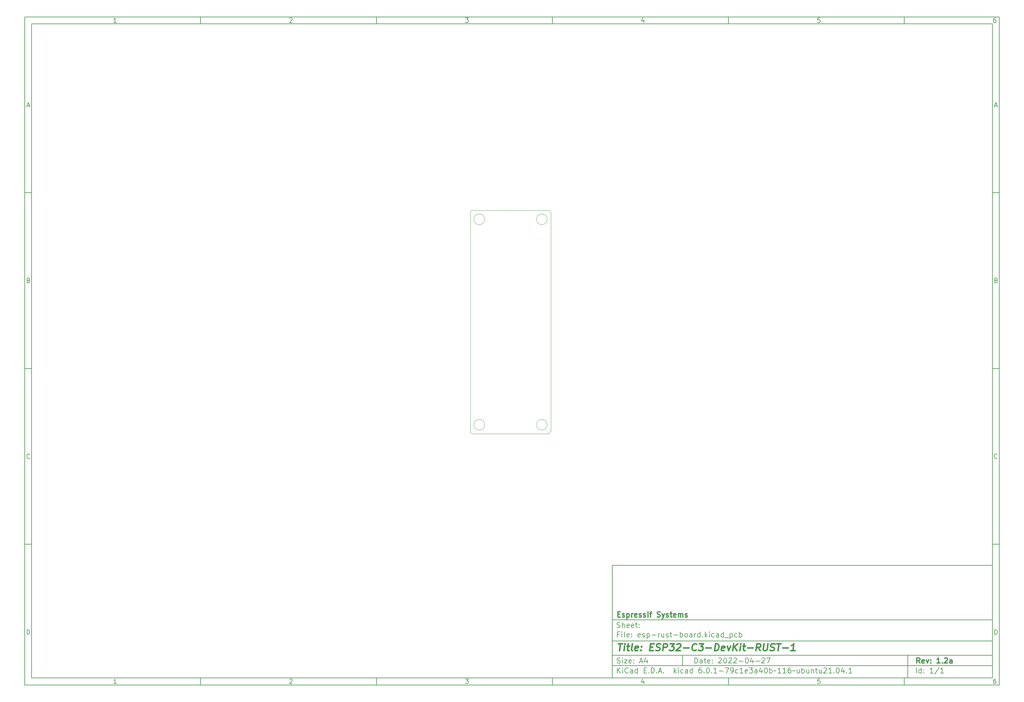
<source format=gbr>
G04 #@! TF.GenerationSoftware,KiCad,Pcbnew,6.0.1-79c1e3a40b~116~ubuntu21.04.1*
G04 #@! TF.CreationDate,2022-06-01T13:50:28+01:00*
G04 #@! TF.ProjectId,esp-rust-board,6573702d-7275-4737-942d-626f6172642e,1.2a*
G04 #@! TF.SameCoordinates,Original*
G04 #@! TF.FileFunction,Profile,NP*
%FSLAX46Y46*%
G04 Gerber Fmt 4.6, Leading zero omitted, Abs format (unit mm)*
G04 Created by KiCad (PCBNEW 6.0.1-79c1e3a40b~116~ubuntu21.04.1) date 2022-06-01 13:50:28*
%MOMM*%
%LPD*%
G01*
G04 APERTURE LIST*
%ADD10C,0.100000*%
%ADD11C,0.150000*%
%ADD12C,0.300000*%
%ADD13C,0.400000*%
G04 #@! TA.AperFunction,Profile*
%ADD14C,0.050000*%
G04 #@! TD*
G04 APERTURE END LIST*
D10*
D11*
X177002200Y-166007200D02*
X177002200Y-198007200D01*
X285002200Y-198007200D01*
X285002200Y-166007200D01*
X177002200Y-166007200D01*
D10*
D11*
X10000000Y-10000000D02*
X10000000Y-200007200D01*
X287002200Y-200007200D01*
X287002200Y-10000000D01*
X10000000Y-10000000D01*
D10*
D11*
X12000000Y-12000000D02*
X12000000Y-198007200D01*
X285002200Y-198007200D01*
X285002200Y-12000000D01*
X12000000Y-12000000D01*
D10*
D11*
X60000000Y-12000000D02*
X60000000Y-10000000D01*
D10*
D11*
X110000000Y-12000000D02*
X110000000Y-10000000D01*
D10*
D11*
X160000000Y-12000000D02*
X160000000Y-10000000D01*
D10*
D11*
X210000000Y-12000000D02*
X210000000Y-10000000D01*
D10*
D11*
X260000000Y-12000000D02*
X260000000Y-10000000D01*
D10*
D11*
X36065476Y-11588095D02*
X35322619Y-11588095D01*
X35694047Y-11588095D02*
X35694047Y-10288095D01*
X35570238Y-10473809D01*
X35446428Y-10597619D01*
X35322619Y-10659523D01*
D10*
D11*
X85322619Y-10411904D02*
X85384523Y-10350000D01*
X85508333Y-10288095D01*
X85817857Y-10288095D01*
X85941666Y-10350000D01*
X86003571Y-10411904D01*
X86065476Y-10535714D01*
X86065476Y-10659523D01*
X86003571Y-10845238D01*
X85260714Y-11588095D01*
X86065476Y-11588095D01*
D10*
D11*
X135260714Y-10288095D02*
X136065476Y-10288095D01*
X135632142Y-10783333D01*
X135817857Y-10783333D01*
X135941666Y-10845238D01*
X136003571Y-10907142D01*
X136065476Y-11030952D01*
X136065476Y-11340476D01*
X136003571Y-11464285D01*
X135941666Y-11526190D01*
X135817857Y-11588095D01*
X135446428Y-11588095D01*
X135322619Y-11526190D01*
X135260714Y-11464285D01*
D10*
D11*
X185941666Y-10721428D02*
X185941666Y-11588095D01*
X185632142Y-10226190D02*
X185322619Y-11154761D01*
X186127380Y-11154761D01*
D10*
D11*
X236003571Y-10288095D02*
X235384523Y-10288095D01*
X235322619Y-10907142D01*
X235384523Y-10845238D01*
X235508333Y-10783333D01*
X235817857Y-10783333D01*
X235941666Y-10845238D01*
X236003571Y-10907142D01*
X236065476Y-11030952D01*
X236065476Y-11340476D01*
X236003571Y-11464285D01*
X235941666Y-11526190D01*
X235817857Y-11588095D01*
X235508333Y-11588095D01*
X235384523Y-11526190D01*
X235322619Y-11464285D01*
D10*
D11*
X285941666Y-10288095D02*
X285694047Y-10288095D01*
X285570238Y-10350000D01*
X285508333Y-10411904D01*
X285384523Y-10597619D01*
X285322619Y-10845238D01*
X285322619Y-11340476D01*
X285384523Y-11464285D01*
X285446428Y-11526190D01*
X285570238Y-11588095D01*
X285817857Y-11588095D01*
X285941666Y-11526190D01*
X286003571Y-11464285D01*
X286065476Y-11340476D01*
X286065476Y-11030952D01*
X286003571Y-10907142D01*
X285941666Y-10845238D01*
X285817857Y-10783333D01*
X285570238Y-10783333D01*
X285446428Y-10845238D01*
X285384523Y-10907142D01*
X285322619Y-11030952D01*
D10*
D11*
X60000000Y-198007200D02*
X60000000Y-200007200D01*
D10*
D11*
X110000000Y-198007200D02*
X110000000Y-200007200D01*
D10*
D11*
X160000000Y-198007200D02*
X160000000Y-200007200D01*
D10*
D11*
X210000000Y-198007200D02*
X210000000Y-200007200D01*
D10*
D11*
X260000000Y-198007200D02*
X260000000Y-200007200D01*
D10*
D11*
X36065476Y-199595295D02*
X35322619Y-199595295D01*
X35694047Y-199595295D02*
X35694047Y-198295295D01*
X35570238Y-198481009D01*
X35446428Y-198604819D01*
X35322619Y-198666723D01*
D10*
D11*
X85322619Y-198419104D02*
X85384523Y-198357200D01*
X85508333Y-198295295D01*
X85817857Y-198295295D01*
X85941666Y-198357200D01*
X86003571Y-198419104D01*
X86065476Y-198542914D01*
X86065476Y-198666723D01*
X86003571Y-198852438D01*
X85260714Y-199595295D01*
X86065476Y-199595295D01*
D10*
D11*
X135260714Y-198295295D02*
X136065476Y-198295295D01*
X135632142Y-198790533D01*
X135817857Y-198790533D01*
X135941666Y-198852438D01*
X136003571Y-198914342D01*
X136065476Y-199038152D01*
X136065476Y-199347676D01*
X136003571Y-199471485D01*
X135941666Y-199533390D01*
X135817857Y-199595295D01*
X135446428Y-199595295D01*
X135322619Y-199533390D01*
X135260714Y-199471485D01*
D10*
D11*
X185941666Y-198728628D02*
X185941666Y-199595295D01*
X185632142Y-198233390D02*
X185322619Y-199161961D01*
X186127380Y-199161961D01*
D10*
D11*
X236003571Y-198295295D02*
X235384523Y-198295295D01*
X235322619Y-198914342D01*
X235384523Y-198852438D01*
X235508333Y-198790533D01*
X235817857Y-198790533D01*
X235941666Y-198852438D01*
X236003571Y-198914342D01*
X236065476Y-199038152D01*
X236065476Y-199347676D01*
X236003571Y-199471485D01*
X235941666Y-199533390D01*
X235817857Y-199595295D01*
X235508333Y-199595295D01*
X235384523Y-199533390D01*
X235322619Y-199471485D01*
D10*
D11*
X285941666Y-198295295D02*
X285694047Y-198295295D01*
X285570238Y-198357200D01*
X285508333Y-198419104D01*
X285384523Y-198604819D01*
X285322619Y-198852438D01*
X285322619Y-199347676D01*
X285384523Y-199471485D01*
X285446428Y-199533390D01*
X285570238Y-199595295D01*
X285817857Y-199595295D01*
X285941666Y-199533390D01*
X286003571Y-199471485D01*
X286065476Y-199347676D01*
X286065476Y-199038152D01*
X286003571Y-198914342D01*
X285941666Y-198852438D01*
X285817857Y-198790533D01*
X285570238Y-198790533D01*
X285446428Y-198852438D01*
X285384523Y-198914342D01*
X285322619Y-199038152D01*
D10*
D11*
X10000000Y-60000000D02*
X12000000Y-60000000D01*
D10*
D11*
X10000000Y-110000000D02*
X12000000Y-110000000D01*
D10*
D11*
X10000000Y-160000000D02*
X12000000Y-160000000D01*
D10*
D11*
X10690476Y-35216666D02*
X11309523Y-35216666D01*
X10566666Y-35588095D02*
X11000000Y-34288095D01*
X11433333Y-35588095D01*
D10*
D11*
X11092857Y-84907142D02*
X11278571Y-84969047D01*
X11340476Y-85030952D01*
X11402380Y-85154761D01*
X11402380Y-85340476D01*
X11340476Y-85464285D01*
X11278571Y-85526190D01*
X11154761Y-85588095D01*
X10659523Y-85588095D01*
X10659523Y-84288095D01*
X11092857Y-84288095D01*
X11216666Y-84350000D01*
X11278571Y-84411904D01*
X11340476Y-84535714D01*
X11340476Y-84659523D01*
X11278571Y-84783333D01*
X11216666Y-84845238D01*
X11092857Y-84907142D01*
X10659523Y-84907142D01*
D10*
D11*
X11402380Y-135464285D02*
X11340476Y-135526190D01*
X11154761Y-135588095D01*
X11030952Y-135588095D01*
X10845238Y-135526190D01*
X10721428Y-135402380D01*
X10659523Y-135278571D01*
X10597619Y-135030952D01*
X10597619Y-134845238D01*
X10659523Y-134597619D01*
X10721428Y-134473809D01*
X10845238Y-134350000D01*
X11030952Y-134288095D01*
X11154761Y-134288095D01*
X11340476Y-134350000D01*
X11402380Y-134411904D01*
D10*
D11*
X10659523Y-185588095D02*
X10659523Y-184288095D01*
X10969047Y-184288095D01*
X11154761Y-184350000D01*
X11278571Y-184473809D01*
X11340476Y-184597619D01*
X11402380Y-184845238D01*
X11402380Y-185030952D01*
X11340476Y-185278571D01*
X11278571Y-185402380D01*
X11154761Y-185526190D01*
X10969047Y-185588095D01*
X10659523Y-185588095D01*
D10*
D11*
X287002200Y-60000000D02*
X285002200Y-60000000D01*
D10*
D11*
X287002200Y-110000000D02*
X285002200Y-110000000D01*
D10*
D11*
X287002200Y-160000000D02*
X285002200Y-160000000D01*
D10*
D11*
X285692676Y-35216666D02*
X286311723Y-35216666D01*
X285568866Y-35588095D02*
X286002200Y-34288095D01*
X286435533Y-35588095D01*
D10*
D11*
X286095057Y-84907142D02*
X286280771Y-84969047D01*
X286342676Y-85030952D01*
X286404580Y-85154761D01*
X286404580Y-85340476D01*
X286342676Y-85464285D01*
X286280771Y-85526190D01*
X286156961Y-85588095D01*
X285661723Y-85588095D01*
X285661723Y-84288095D01*
X286095057Y-84288095D01*
X286218866Y-84350000D01*
X286280771Y-84411904D01*
X286342676Y-84535714D01*
X286342676Y-84659523D01*
X286280771Y-84783333D01*
X286218866Y-84845238D01*
X286095057Y-84907142D01*
X285661723Y-84907142D01*
D10*
D11*
X286404580Y-135464285D02*
X286342676Y-135526190D01*
X286156961Y-135588095D01*
X286033152Y-135588095D01*
X285847438Y-135526190D01*
X285723628Y-135402380D01*
X285661723Y-135278571D01*
X285599819Y-135030952D01*
X285599819Y-134845238D01*
X285661723Y-134597619D01*
X285723628Y-134473809D01*
X285847438Y-134350000D01*
X286033152Y-134288095D01*
X286156961Y-134288095D01*
X286342676Y-134350000D01*
X286404580Y-134411904D01*
D10*
D11*
X285661723Y-185588095D02*
X285661723Y-184288095D01*
X285971247Y-184288095D01*
X286156961Y-184350000D01*
X286280771Y-184473809D01*
X286342676Y-184597619D01*
X286404580Y-184845238D01*
X286404580Y-185030952D01*
X286342676Y-185278571D01*
X286280771Y-185402380D01*
X286156961Y-185526190D01*
X285971247Y-185588095D01*
X285661723Y-185588095D01*
D10*
D11*
X200434342Y-193785771D02*
X200434342Y-192285771D01*
X200791485Y-192285771D01*
X201005771Y-192357200D01*
X201148628Y-192500057D01*
X201220057Y-192642914D01*
X201291485Y-192928628D01*
X201291485Y-193142914D01*
X201220057Y-193428628D01*
X201148628Y-193571485D01*
X201005771Y-193714342D01*
X200791485Y-193785771D01*
X200434342Y-193785771D01*
X202577200Y-193785771D02*
X202577200Y-193000057D01*
X202505771Y-192857200D01*
X202362914Y-192785771D01*
X202077200Y-192785771D01*
X201934342Y-192857200D01*
X202577200Y-193714342D02*
X202434342Y-193785771D01*
X202077200Y-193785771D01*
X201934342Y-193714342D01*
X201862914Y-193571485D01*
X201862914Y-193428628D01*
X201934342Y-193285771D01*
X202077200Y-193214342D01*
X202434342Y-193214342D01*
X202577200Y-193142914D01*
X203077200Y-192785771D02*
X203648628Y-192785771D01*
X203291485Y-192285771D02*
X203291485Y-193571485D01*
X203362914Y-193714342D01*
X203505771Y-193785771D01*
X203648628Y-193785771D01*
X204720057Y-193714342D02*
X204577200Y-193785771D01*
X204291485Y-193785771D01*
X204148628Y-193714342D01*
X204077200Y-193571485D01*
X204077200Y-193000057D01*
X204148628Y-192857200D01*
X204291485Y-192785771D01*
X204577200Y-192785771D01*
X204720057Y-192857200D01*
X204791485Y-193000057D01*
X204791485Y-193142914D01*
X204077200Y-193285771D01*
X205434342Y-193642914D02*
X205505771Y-193714342D01*
X205434342Y-193785771D01*
X205362914Y-193714342D01*
X205434342Y-193642914D01*
X205434342Y-193785771D01*
X205434342Y-192857200D02*
X205505771Y-192928628D01*
X205434342Y-193000057D01*
X205362914Y-192928628D01*
X205434342Y-192857200D01*
X205434342Y-193000057D01*
X207220057Y-192428628D02*
X207291485Y-192357200D01*
X207434342Y-192285771D01*
X207791485Y-192285771D01*
X207934342Y-192357200D01*
X208005771Y-192428628D01*
X208077200Y-192571485D01*
X208077200Y-192714342D01*
X208005771Y-192928628D01*
X207148628Y-193785771D01*
X208077200Y-193785771D01*
X209005771Y-192285771D02*
X209148628Y-192285771D01*
X209291485Y-192357200D01*
X209362914Y-192428628D01*
X209434342Y-192571485D01*
X209505771Y-192857200D01*
X209505771Y-193214342D01*
X209434342Y-193500057D01*
X209362914Y-193642914D01*
X209291485Y-193714342D01*
X209148628Y-193785771D01*
X209005771Y-193785771D01*
X208862914Y-193714342D01*
X208791485Y-193642914D01*
X208720057Y-193500057D01*
X208648628Y-193214342D01*
X208648628Y-192857200D01*
X208720057Y-192571485D01*
X208791485Y-192428628D01*
X208862914Y-192357200D01*
X209005771Y-192285771D01*
X210077200Y-192428628D02*
X210148628Y-192357200D01*
X210291485Y-192285771D01*
X210648628Y-192285771D01*
X210791485Y-192357200D01*
X210862914Y-192428628D01*
X210934342Y-192571485D01*
X210934342Y-192714342D01*
X210862914Y-192928628D01*
X210005771Y-193785771D01*
X210934342Y-193785771D01*
X211505771Y-192428628D02*
X211577200Y-192357200D01*
X211720057Y-192285771D01*
X212077200Y-192285771D01*
X212220057Y-192357200D01*
X212291485Y-192428628D01*
X212362914Y-192571485D01*
X212362914Y-192714342D01*
X212291485Y-192928628D01*
X211434342Y-193785771D01*
X212362914Y-193785771D01*
X213005771Y-193214342D02*
X214148628Y-193214342D01*
X215148628Y-192285771D02*
X215291485Y-192285771D01*
X215434342Y-192357200D01*
X215505771Y-192428628D01*
X215577200Y-192571485D01*
X215648628Y-192857200D01*
X215648628Y-193214342D01*
X215577200Y-193500057D01*
X215505771Y-193642914D01*
X215434342Y-193714342D01*
X215291485Y-193785771D01*
X215148628Y-193785771D01*
X215005771Y-193714342D01*
X214934342Y-193642914D01*
X214862914Y-193500057D01*
X214791485Y-193214342D01*
X214791485Y-192857200D01*
X214862914Y-192571485D01*
X214934342Y-192428628D01*
X215005771Y-192357200D01*
X215148628Y-192285771D01*
X216934342Y-192785771D02*
X216934342Y-193785771D01*
X216577200Y-192214342D02*
X216220057Y-193285771D01*
X217148628Y-193285771D01*
X217720057Y-193214342D02*
X218862914Y-193214342D01*
X219505771Y-192428628D02*
X219577200Y-192357200D01*
X219720057Y-192285771D01*
X220077200Y-192285771D01*
X220220057Y-192357200D01*
X220291485Y-192428628D01*
X220362914Y-192571485D01*
X220362914Y-192714342D01*
X220291485Y-192928628D01*
X219434342Y-193785771D01*
X220362914Y-193785771D01*
X220862914Y-192285771D02*
X221862914Y-192285771D01*
X221220057Y-193785771D01*
D10*
D11*
X177002200Y-194507200D02*
X285002200Y-194507200D01*
D10*
D11*
X178434342Y-196585771D02*
X178434342Y-195085771D01*
X179291485Y-196585771D02*
X178648628Y-195728628D01*
X179291485Y-195085771D02*
X178434342Y-195942914D01*
X179934342Y-196585771D02*
X179934342Y-195585771D01*
X179934342Y-195085771D02*
X179862914Y-195157200D01*
X179934342Y-195228628D01*
X180005771Y-195157200D01*
X179934342Y-195085771D01*
X179934342Y-195228628D01*
X181505771Y-196442914D02*
X181434342Y-196514342D01*
X181220057Y-196585771D01*
X181077200Y-196585771D01*
X180862914Y-196514342D01*
X180720057Y-196371485D01*
X180648628Y-196228628D01*
X180577200Y-195942914D01*
X180577200Y-195728628D01*
X180648628Y-195442914D01*
X180720057Y-195300057D01*
X180862914Y-195157200D01*
X181077200Y-195085771D01*
X181220057Y-195085771D01*
X181434342Y-195157200D01*
X181505771Y-195228628D01*
X182791485Y-196585771D02*
X182791485Y-195800057D01*
X182720057Y-195657200D01*
X182577200Y-195585771D01*
X182291485Y-195585771D01*
X182148628Y-195657200D01*
X182791485Y-196514342D02*
X182648628Y-196585771D01*
X182291485Y-196585771D01*
X182148628Y-196514342D01*
X182077200Y-196371485D01*
X182077200Y-196228628D01*
X182148628Y-196085771D01*
X182291485Y-196014342D01*
X182648628Y-196014342D01*
X182791485Y-195942914D01*
X184148628Y-196585771D02*
X184148628Y-195085771D01*
X184148628Y-196514342D02*
X184005771Y-196585771D01*
X183720057Y-196585771D01*
X183577200Y-196514342D01*
X183505771Y-196442914D01*
X183434342Y-196300057D01*
X183434342Y-195871485D01*
X183505771Y-195728628D01*
X183577200Y-195657200D01*
X183720057Y-195585771D01*
X184005771Y-195585771D01*
X184148628Y-195657200D01*
X186005771Y-195800057D02*
X186505771Y-195800057D01*
X186720057Y-196585771D02*
X186005771Y-196585771D01*
X186005771Y-195085771D01*
X186720057Y-195085771D01*
X187362914Y-196442914D02*
X187434342Y-196514342D01*
X187362914Y-196585771D01*
X187291485Y-196514342D01*
X187362914Y-196442914D01*
X187362914Y-196585771D01*
X188077200Y-196585771D02*
X188077200Y-195085771D01*
X188434342Y-195085771D01*
X188648628Y-195157200D01*
X188791485Y-195300057D01*
X188862914Y-195442914D01*
X188934342Y-195728628D01*
X188934342Y-195942914D01*
X188862914Y-196228628D01*
X188791485Y-196371485D01*
X188648628Y-196514342D01*
X188434342Y-196585771D01*
X188077200Y-196585771D01*
X189577200Y-196442914D02*
X189648628Y-196514342D01*
X189577200Y-196585771D01*
X189505771Y-196514342D01*
X189577200Y-196442914D01*
X189577200Y-196585771D01*
X190220057Y-196157200D02*
X190934342Y-196157200D01*
X190077200Y-196585771D02*
X190577200Y-195085771D01*
X191077200Y-196585771D01*
X191577200Y-196442914D02*
X191648628Y-196514342D01*
X191577200Y-196585771D01*
X191505771Y-196514342D01*
X191577200Y-196442914D01*
X191577200Y-196585771D01*
X194577200Y-196585771D02*
X194577200Y-195085771D01*
X194720057Y-196014342D02*
X195148628Y-196585771D01*
X195148628Y-195585771D02*
X194577200Y-196157200D01*
X195791485Y-196585771D02*
X195791485Y-195585771D01*
X195791485Y-195085771D02*
X195720057Y-195157200D01*
X195791485Y-195228628D01*
X195862914Y-195157200D01*
X195791485Y-195085771D01*
X195791485Y-195228628D01*
X197148628Y-196514342D02*
X197005771Y-196585771D01*
X196720057Y-196585771D01*
X196577200Y-196514342D01*
X196505771Y-196442914D01*
X196434342Y-196300057D01*
X196434342Y-195871485D01*
X196505771Y-195728628D01*
X196577200Y-195657200D01*
X196720057Y-195585771D01*
X197005771Y-195585771D01*
X197148628Y-195657200D01*
X198434342Y-196585771D02*
X198434342Y-195800057D01*
X198362914Y-195657200D01*
X198220057Y-195585771D01*
X197934342Y-195585771D01*
X197791485Y-195657200D01*
X198434342Y-196514342D02*
X198291485Y-196585771D01*
X197934342Y-196585771D01*
X197791485Y-196514342D01*
X197720057Y-196371485D01*
X197720057Y-196228628D01*
X197791485Y-196085771D01*
X197934342Y-196014342D01*
X198291485Y-196014342D01*
X198434342Y-195942914D01*
X199791485Y-196585771D02*
X199791485Y-195085771D01*
X199791485Y-196514342D02*
X199648628Y-196585771D01*
X199362914Y-196585771D01*
X199220057Y-196514342D01*
X199148628Y-196442914D01*
X199077200Y-196300057D01*
X199077200Y-195871485D01*
X199148628Y-195728628D01*
X199220057Y-195657200D01*
X199362914Y-195585771D01*
X199648628Y-195585771D01*
X199791485Y-195657200D01*
X202291485Y-195085771D02*
X202005771Y-195085771D01*
X201862914Y-195157200D01*
X201791485Y-195228628D01*
X201648628Y-195442914D01*
X201577200Y-195728628D01*
X201577200Y-196300057D01*
X201648628Y-196442914D01*
X201720057Y-196514342D01*
X201862914Y-196585771D01*
X202148628Y-196585771D01*
X202291485Y-196514342D01*
X202362914Y-196442914D01*
X202434342Y-196300057D01*
X202434342Y-195942914D01*
X202362914Y-195800057D01*
X202291485Y-195728628D01*
X202148628Y-195657200D01*
X201862914Y-195657200D01*
X201720057Y-195728628D01*
X201648628Y-195800057D01*
X201577200Y-195942914D01*
X203077200Y-196442914D02*
X203148628Y-196514342D01*
X203077200Y-196585771D01*
X203005771Y-196514342D01*
X203077200Y-196442914D01*
X203077200Y-196585771D01*
X204077200Y-195085771D02*
X204220057Y-195085771D01*
X204362914Y-195157200D01*
X204434342Y-195228628D01*
X204505771Y-195371485D01*
X204577200Y-195657200D01*
X204577200Y-196014342D01*
X204505771Y-196300057D01*
X204434342Y-196442914D01*
X204362914Y-196514342D01*
X204220057Y-196585771D01*
X204077200Y-196585771D01*
X203934342Y-196514342D01*
X203862914Y-196442914D01*
X203791485Y-196300057D01*
X203720057Y-196014342D01*
X203720057Y-195657200D01*
X203791485Y-195371485D01*
X203862914Y-195228628D01*
X203934342Y-195157200D01*
X204077200Y-195085771D01*
X205220057Y-196442914D02*
X205291485Y-196514342D01*
X205220057Y-196585771D01*
X205148628Y-196514342D01*
X205220057Y-196442914D01*
X205220057Y-196585771D01*
X206720057Y-196585771D02*
X205862914Y-196585771D01*
X206291485Y-196585771D02*
X206291485Y-195085771D01*
X206148628Y-195300057D01*
X206005771Y-195442914D01*
X205862914Y-195514342D01*
X207362914Y-196014342D02*
X208505771Y-196014342D01*
X209077200Y-195085771D02*
X210077200Y-195085771D01*
X209434342Y-196585771D01*
X210720057Y-196585771D02*
X211005771Y-196585771D01*
X211148628Y-196514342D01*
X211220057Y-196442914D01*
X211362914Y-196228628D01*
X211434342Y-195942914D01*
X211434342Y-195371485D01*
X211362914Y-195228628D01*
X211291485Y-195157200D01*
X211148628Y-195085771D01*
X210862914Y-195085771D01*
X210720057Y-195157200D01*
X210648628Y-195228628D01*
X210577200Y-195371485D01*
X210577200Y-195728628D01*
X210648628Y-195871485D01*
X210720057Y-195942914D01*
X210862914Y-196014342D01*
X211148628Y-196014342D01*
X211291485Y-195942914D01*
X211362914Y-195871485D01*
X211434342Y-195728628D01*
X212720057Y-196514342D02*
X212577200Y-196585771D01*
X212291485Y-196585771D01*
X212148628Y-196514342D01*
X212077200Y-196442914D01*
X212005771Y-196300057D01*
X212005771Y-195871485D01*
X212077200Y-195728628D01*
X212148628Y-195657200D01*
X212291485Y-195585771D01*
X212577200Y-195585771D01*
X212720057Y-195657200D01*
X214148628Y-196585771D02*
X213291485Y-196585771D01*
X213720057Y-196585771D02*
X213720057Y-195085771D01*
X213577200Y-195300057D01*
X213434342Y-195442914D01*
X213291485Y-195514342D01*
X215362914Y-196514342D02*
X215220057Y-196585771D01*
X214934342Y-196585771D01*
X214791485Y-196514342D01*
X214720057Y-196371485D01*
X214720057Y-195800057D01*
X214791485Y-195657200D01*
X214934342Y-195585771D01*
X215220057Y-195585771D01*
X215362914Y-195657200D01*
X215434342Y-195800057D01*
X215434342Y-195942914D01*
X214720057Y-196085771D01*
X215934342Y-195085771D02*
X216862914Y-195085771D01*
X216362914Y-195657200D01*
X216577200Y-195657200D01*
X216720057Y-195728628D01*
X216791485Y-195800057D01*
X216862914Y-195942914D01*
X216862914Y-196300057D01*
X216791485Y-196442914D01*
X216720057Y-196514342D01*
X216577200Y-196585771D01*
X216148628Y-196585771D01*
X216005771Y-196514342D01*
X215934342Y-196442914D01*
X218148628Y-196585771D02*
X218148628Y-195800057D01*
X218077200Y-195657200D01*
X217934342Y-195585771D01*
X217648628Y-195585771D01*
X217505771Y-195657200D01*
X218148628Y-196514342D02*
X218005771Y-196585771D01*
X217648628Y-196585771D01*
X217505771Y-196514342D01*
X217434342Y-196371485D01*
X217434342Y-196228628D01*
X217505771Y-196085771D01*
X217648628Y-196014342D01*
X218005771Y-196014342D01*
X218148628Y-195942914D01*
X219505771Y-195585771D02*
X219505771Y-196585771D01*
X219148628Y-195014342D02*
X218791485Y-196085771D01*
X219720057Y-196085771D01*
X220577200Y-195085771D02*
X220720057Y-195085771D01*
X220862914Y-195157200D01*
X220934342Y-195228628D01*
X221005771Y-195371485D01*
X221077200Y-195657200D01*
X221077200Y-196014342D01*
X221005771Y-196300057D01*
X220934342Y-196442914D01*
X220862914Y-196514342D01*
X220720057Y-196585771D01*
X220577200Y-196585771D01*
X220434342Y-196514342D01*
X220362914Y-196442914D01*
X220291485Y-196300057D01*
X220220057Y-196014342D01*
X220220057Y-195657200D01*
X220291485Y-195371485D01*
X220362914Y-195228628D01*
X220434342Y-195157200D01*
X220577200Y-195085771D01*
X221720057Y-196585771D02*
X221720057Y-195085771D01*
X221720057Y-195657200D02*
X221862914Y-195585771D01*
X222148628Y-195585771D01*
X222291485Y-195657200D01*
X222362914Y-195728628D01*
X222434342Y-195871485D01*
X222434342Y-196300057D01*
X222362914Y-196442914D01*
X222291485Y-196514342D01*
X222148628Y-196585771D01*
X221862914Y-196585771D01*
X221720057Y-196514342D01*
X222862914Y-196014342D02*
X222934342Y-195942914D01*
X223077200Y-195871485D01*
X223362914Y-196014342D01*
X223505771Y-195942914D01*
X223577200Y-195871485D01*
X224934342Y-196585771D02*
X224077200Y-196585771D01*
X224505771Y-196585771D02*
X224505771Y-195085771D01*
X224362914Y-195300057D01*
X224220057Y-195442914D01*
X224077200Y-195514342D01*
X226362914Y-196585771D02*
X225505771Y-196585771D01*
X225934342Y-196585771D02*
X225934342Y-195085771D01*
X225791485Y-195300057D01*
X225648628Y-195442914D01*
X225505771Y-195514342D01*
X227648628Y-195085771D02*
X227362914Y-195085771D01*
X227220057Y-195157200D01*
X227148628Y-195228628D01*
X227005771Y-195442914D01*
X226934342Y-195728628D01*
X226934342Y-196300057D01*
X227005771Y-196442914D01*
X227077199Y-196514342D01*
X227220057Y-196585771D01*
X227505771Y-196585771D01*
X227648628Y-196514342D01*
X227720057Y-196442914D01*
X227791485Y-196300057D01*
X227791485Y-195942914D01*
X227720057Y-195800057D01*
X227648628Y-195728628D01*
X227505771Y-195657200D01*
X227220057Y-195657200D01*
X227077199Y-195728628D01*
X227005771Y-195800057D01*
X226934342Y-195942914D01*
X228220057Y-196014342D02*
X228291485Y-195942914D01*
X228434342Y-195871485D01*
X228720057Y-196014342D01*
X228862914Y-195942914D01*
X228934342Y-195871485D01*
X230148628Y-195585771D02*
X230148628Y-196585771D01*
X229505771Y-195585771D02*
X229505771Y-196371485D01*
X229577199Y-196514342D01*
X229720057Y-196585771D01*
X229934342Y-196585771D01*
X230077199Y-196514342D01*
X230148628Y-196442914D01*
X230862914Y-196585771D02*
X230862914Y-195085771D01*
X230862914Y-195657200D02*
X231005771Y-195585771D01*
X231291485Y-195585771D01*
X231434342Y-195657200D01*
X231505771Y-195728628D01*
X231577200Y-195871485D01*
X231577200Y-196300057D01*
X231505771Y-196442914D01*
X231434342Y-196514342D01*
X231291485Y-196585771D01*
X231005771Y-196585771D01*
X230862914Y-196514342D01*
X232862914Y-195585771D02*
X232862914Y-196585771D01*
X232220057Y-195585771D02*
X232220057Y-196371485D01*
X232291485Y-196514342D01*
X232434342Y-196585771D01*
X232648628Y-196585771D01*
X232791485Y-196514342D01*
X232862914Y-196442914D01*
X233577200Y-195585771D02*
X233577200Y-196585771D01*
X233577200Y-195728628D02*
X233648628Y-195657200D01*
X233791485Y-195585771D01*
X234005771Y-195585771D01*
X234148628Y-195657200D01*
X234220057Y-195800057D01*
X234220057Y-196585771D01*
X234720057Y-195585771D02*
X235291485Y-195585771D01*
X234934342Y-195085771D02*
X234934342Y-196371485D01*
X235005771Y-196514342D01*
X235148628Y-196585771D01*
X235291485Y-196585771D01*
X236434342Y-195585771D02*
X236434342Y-196585771D01*
X235791485Y-195585771D02*
X235791485Y-196371485D01*
X235862914Y-196514342D01*
X236005771Y-196585771D01*
X236220057Y-196585771D01*
X236362914Y-196514342D01*
X236434342Y-196442914D01*
X237077200Y-195228628D02*
X237148628Y-195157200D01*
X237291485Y-195085771D01*
X237648628Y-195085771D01*
X237791485Y-195157200D01*
X237862914Y-195228628D01*
X237934342Y-195371485D01*
X237934342Y-195514342D01*
X237862914Y-195728628D01*
X237005771Y-196585771D01*
X237934342Y-196585771D01*
X239362914Y-196585771D02*
X238505771Y-196585771D01*
X238934342Y-196585771D02*
X238934342Y-195085771D01*
X238791485Y-195300057D01*
X238648628Y-195442914D01*
X238505771Y-195514342D01*
X240005771Y-196442914D02*
X240077199Y-196514342D01*
X240005771Y-196585771D01*
X239934342Y-196514342D01*
X240005771Y-196442914D01*
X240005771Y-196585771D01*
X241005771Y-195085771D02*
X241148628Y-195085771D01*
X241291485Y-195157200D01*
X241362914Y-195228628D01*
X241434342Y-195371485D01*
X241505771Y-195657200D01*
X241505771Y-196014342D01*
X241434342Y-196300057D01*
X241362914Y-196442914D01*
X241291485Y-196514342D01*
X241148628Y-196585771D01*
X241005771Y-196585771D01*
X240862914Y-196514342D01*
X240791485Y-196442914D01*
X240720057Y-196300057D01*
X240648628Y-196014342D01*
X240648628Y-195657200D01*
X240720057Y-195371485D01*
X240791485Y-195228628D01*
X240862914Y-195157200D01*
X241005771Y-195085771D01*
X242791485Y-195585771D02*
X242791485Y-196585771D01*
X242434342Y-195014342D02*
X242077199Y-196085771D01*
X243005771Y-196085771D01*
X243577199Y-196442914D02*
X243648628Y-196514342D01*
X243577199Y-196585771D01*
X243505771Y-196514342D01*
X243577199Y-196442914D01*
X243577199Y-196585771D01*
X245077199Y-196585771D02*
X244220057Y-196585771D01*
X244648628Y-196585771D02*
X244648628Y-195085771D01*
X244505771Y-195300057D01*
X244362914Y-195442914D01*
X244220057Y-195514342D01*
D10*
D11*
X177002200Y-191507200D02*
X285002200Y-191507200D01*
D10*
D12*
X264411485Y-193785771D02*
X263911485Y-193071485D01*
X263554342Y-193785771D02*
X263554342Y-192285771D01*
X264125771Y-192285771D01*
X264268628Y-192357200D01*
X264340057Y-192428628D01*
X264411485Y-192571485D01*
X264411485Y-192785771D01*
X264340057Y-192928628D01*
X264268628Y-193000057D01*
X264125771Y-193071485D01*
X263554342Y-193071485D01*
X265625771Y-193714342D02*
X265482914Y-193785771D01*
X265197200Y-193785771D01*
X265054342Y-193714342D01*
X264982914Y-193571485D01*
X264982914Y-193000057D01*
X265054342Y-192857200D01*
X265197200Y-192785771D01*
X265482914Y-192785771D01*
X265625771Y-192857200D01*
X265697200Y-193000057D01*
X265697200Y-193142914D01*
X264982914Y-193285771D01*
X266197200Y-192785771D02*
X266554342Y-193785771D01*
X266911485Y-192785771D01*
X267482914Y-193642914D02*
X267554342Y-193714342D01*
X267482914Y-193785771D01*
X267411485Y-193714342D01*
X267482914Y-193642914D01*
X267482914Y-193785771D01*
X267482914Y-192857200D02*
X267554342Y-192928628D01*
X267482914Y-193000057D01*
X267411485Y-192928628D01*
X267482914Y-192857200D01*
X267482914Y-193000057D01*
X270125771Y-193785771D02*
X269268628Y-193785771D01*
X269697200Y-193785771D02*
X269697200Y-192285771D01*
X269554342Y-192500057D01*
X269411485Y-192642914D01*
X269268628Y-192714342D01*
X270768628Y-193642914D02*
X270840057Y-193714342D01*
X270768628Y-193785771D01*
X270697200Y-193714342D01*
X270768628Y-193642914D01*
X270768628Y-193785771D01*
X271411485Y-192428628D02*
X271482914Y-192357200D01*
X271625771Y-192285771D01*
X271982914Y-192285771D01*
X272125771Y-192357200D01*
X272197200Y-192428628D01*
X272268628Y-192571485D01*
X272268628Y-192714342D01*
X272197200Y-192928628D01*
X271340057Y-193785771D01*
X272268628Y-193785771D01*
X273554342Y-193785771D02*
X273554342Y-193000057D01*
X273482914Y-192857200D01*
X273340057Y-192785771D01*
X273054342Y-192785771D01*
X272911485Y-192857200D01*
X273554342Y-193714342D02*
X273411485Y-193785771D01*
X273054342Y-193785771D01*
X272911485Y-193714342D01*
X272840057Y-193571485D01*
X272840057Y-193428628D01*
X272911485Y-193285771D01*
X273054342Y-193214342D01*
X273411485Y-193214342D01*
X273554342Y-193142914D01*
D10*
D11*
X178362914Y-193714342D02*
X178577200Y-193785771D01*
X178934342Y-193785771D01*
X179077200Y-193714342D01*
X179148628Y-193642914D01*
X179220057Y-193500057D01*
X179220057Y-193357200D01*
X179148628Y-193214342D01*
X179077200Y-193142914D01*
X178934342Y-193071485D01*
X178648628Y-193000057D01*
X178505771Y-192928628D01*
X178434342Y-192857200D01*
X178362914Y-192714342D01*
X178362914Y-192571485D01*
X178434342Y-192428628D01*
X178505771Y-192357200D01*
X178648628Y-192285771D01*
X179005771Y-192285771D01*
X179220057Y-192357200D01*
X179862914Y-193785771D02*
X179862914Y-192785771D01*
X179862914Y-192285771D02*
X179791485Y-192357200D01*
X179862914Y-192428628D01*
X179934342Y-192357200D01*
X179862914Y-192285771D01*
X179862914Y-192428628D01*
X180434342Y-192785771D02*
X181220057Y-192785771D01*
X180434342Y-193785771D01*
X181220057Y-193785771D01*
X182362914Y-193714342D02*
X182220057Y-193785771D01*
X181934342Y-193785771D01*
X181791485Y-193714342D01*
X181720057Y-193571485D01*
X181720057Y-193000057D01*
X181791485Y-192857200D01*
X181934342Y-192785771D01*
X182220057Y-192785771D01*
X182362914Y-192857200D01*
X182434342Y-193000057D01*
X182434342Y-193142914D01*
X181720057Y-193285771D01*
X183077200Y-193642914D02*
X183148628Y-193714342D01*
X183077200Y-193785771D01*
X183005771Y-193714342D01*
X183077200Y-193642914D01*
X183077200Y-193785771D01*
X183077200Y-192857200D02*
X183148628Y-192928628D01*
X183077200Y-193000057D01*
X183005771Y-192928628D01*
X183077200Y-192857200D01*
X183077200Y-193000057D01*
X184862914Y-193357200D02*
X185577200Y-193357200D01*
X184720057Y-193785771D02*
X185220057Y-192285771D01*
X185720057Y-193785771D01*
X186862914Y-192785771D02*
X186862914Y-193785771D01*
X186505771Y-192214342D02*
X186148628Y-193285771D01*
X187077200Y-193285771D01*
D10*
D11*
X263434342Y-196585771D02*
X263434342Y-195085771D01*
X264791485Y-196585771D02*
X264791485Y-195085771D01*
X264791485Y-196514342D02*
X264648628Y-196585771D01*
X264362914Y-196585771D01*
X264220057Y-196514342D01*
X264148628Y-196442914D01*
X264077200Y-196300057D01*
X264077200Y-195871485D01*
X264148628Y-195728628D01*
X264220057Y-195657200D01*
X264362914Y-195585771D01*
X264648628Y-195585771D01*
X264791485Y-195657200D01*
X265505771Y-196442914D02*
X265577200Y-196514342D01*
X265505771Y-196585771D01*
X265434342Y-196514342D01*
X265505771Y-196442914D01*
X265505771Y-196585771D01*
X265505771Y-195657200D02*
X265577200Y-195728628D01*
X265505771Y-195800057D01*
X265434342Y-195728628D01*
X265505771Y-195657200D01*
X265505771Y-195800057D01*
X268148628Y-196585771D02*
X267291485Y-196585771D01*
X267720057Y-196585771D02*
X267720057Y-195085771D01*
X267577200Y-195300057D01*
X267434342Y-195442914D01*
X267291485Y-195514342D01*
X269862914Y-195014342D02*
X268577200Y-196942914D01*
X271148628Y-196585771D02*
X270291485Y-196585771D01*
X270720057Y-196585771D02*
X270720057Y-195085771D01*
X270577200Y-195300057D01*
X270434342Y-195442914D01*
X270291485Y-195514342D01*
D10*
D11*
X177002200Y-187507200D02*
X285002200Y-187507200D01*
D10*
D13*
X178714580Y-188211961D02*
X179857438Y-188211961D01*
X179036009Y-190211961D02*
X179286009Y-188211961D01*
X180274104Y-190211961D02*
X180440771Y-188878628D01*
X180524104Y-188211961D02*
X180416961Y-188307200D01*
X180500295Y-188402438D01*
X180607438Y-188307200D01*
X180524104Y-188211961D01*
X180500295Y-188402438D01*
X181107438Y-188878628D02*
X181869342Y-188878628D01*
X181476485Y-188211961D02*
X181262200Y-189926247D01*
X181333628Y-190116723D01*
X181512200Y-190211961D01*
X181702676Y-190211961D01*
X182655057Y-190211961D02*
X182476485Y-190116723D01*
X182405057Y-189926247D01*
X182619342Y-188211961D01*
X184190771Y-190116723D02*
X183988390Y-190211961D01*
X183607438Y-190211961D01*
X183428866Y-190116723D01*
X183357438Y-189926247D01*
X183452676Y-189164342D01*
X183571723Y-188973866D01*
X183774104Y-188878628D01*
X184155057Y-188878628D01*
X184333628Y-188973866D01*
X184405057Y-189164342D01*
X184381247Y-189354819D01*
X183405057Y-189545295D01*
X185155057Y-190021485D02*
X185238390Y-190116723D01*
X185131247Y-190211961D01*
X185047914Y-190116723D01*
X185155057Y-190021485D01*
X185131247Y-190211961D01*
X185286009Y-188973866D02*
X185369342Y-189069104D01*
X185262200Y-189164342D01*
X185178866Y-189069104D01*
X185286009Y-188973866D01*
X185262200Y-189164342D01*
X187738390Y-189164342D02*
X188405057Y-189164342D01*
X188559819Y-190211961D02*
X187607438Y-190211961D01*
X187857438Y-188211961D01*
X188809819Y-188211961D01*
X189333628Y-190116723D02*
X189607438Y-190211961D01*
X190083628Y-190211961D01*
X190286009Y-190116723D01*
X190393152Y-190021485D01*
X190512200Y-189831009D01*
X190536009Y-189640533D01*
X190464580Y-189450057D01*
X190381247Y-189354819D01*
X190202676Y-189259580D01*
X189833628Y-189164342D01*
X189655057Y-189069104D01*
X189571723Y-188973866D01*
X189500295Y-188783390D01*
X189524104Y-188592914D01*
X189643152Y-188402438D01*
X189750295Y-188307200D01*
X189952676Y-188211961D01*
X190428866Y-188211961D01*
X190702676Y-188307200D01*
X191321723Y-190211961D02*
X191571723Y-188211961D01*
X192333628Y-188211961D01*
X192512200Y-188307200D01*
X192595533Y-188402438D01*
X192666961Y-188592914D01*
X192631247Y-188878628D01*
X192512200Y-189069104D01*
X192405057Y-189164342D01*
X192202676Y-189259580D01*
X191440771Y-189259580D01*
X193381247Y-188211961D02*
X194619342Y-188211961D01*
X193857438Y-188973866D01*
X194143152Y-188973866D01*
X194321723Y-189069104D01*
X194405057Y-189164342D01*
X194476485Y-189354819D01*
X194416961Y-189831009D01*
X194297914Y-190021485D01*
X194190771Y-190116723D01*
X193988390Y-190211961D01*
X193416961Y-190211961D01*
X193238390Y-190116723D01*
X193155057Y-190021485D01*
X195357438Y-188402438D02*
X195464580Y-188307200D01*
X195666961Y-188211961D01*
X196143152Y-188211961D01*
X196321723Y-188307200D01*
X196405057Y-188402438D01*
X196476485Y-188592914D01*
X196452676Y-188783390D01*
X196321723Y-189069104D01*
X195036009Y-190211961D01*
X196274104Y-190211961D01*
X197226485Y-189450057D02*
X198750295Y-189450057D01*
X200774104Y-190021485D02*
X200666961Y-190116723D01*
X200369342Y-190211961D01*
X200178866Y-190211961D01*
X199905057Y-190116723D01*
X199738390Y-189926247D01*
X199666961Y-189735771D01*
X199619342Y-189354819D01*
X199655057Y-189069104D01*
X199797914Y-188688152D01*
X199916961Y-188497676D01*
X200131247Y-188307200D01*
X200428866Y-188211961D01*
X200619342Y-188211961D01*
X200893152Y-188307200D01*
X200976485Y-188402438D01*
X201666961Y-188211961D02*
X202905057Y-188211961D01*
X202143152Y-188973866D01*
X202428866Y-188973866D01*
X202607438Y-189069104D01*
X202690771Y-189164342D01*
X202762200Y-189354819D01*
X202702676Y-189831009D01*
X202583628Y-190021485D01*
X202476485Y-190116723D01*
X202274104Y-190211961D01*
X201702676Y-190211961D01*
X201524104Y-190116723D01*
X201440771Y-190021485D01*
X203607438Y-189450057D02*
X205131247Y-189450057D01*
X205988390Y-190211961D02*
X206238390Y-188211961D01*
X206714580Y-188211961D01*
X206988390Y-188307200D01*
X207155057Y-188497676D01*
X207226485Y-188688152D01*
X207274104Y-189069104D01*
X207238390Y-189354819D01*
X207095533Y-189735771D01*
X206976485Y-189926247D01*
X206762200Y-190116723D01*
X206464580Y-190211961D01*
X205988390Y-190211961D01*
X208762200Y-190116723D02*
X208559819Y-190211961D01*
X208178866Y-190211961D01*
X208000295Y-190116723D01*
X207928866Y-189926247D01*
X208024104Y-189164342D01*
X208143152Y-188973866D01*
X208345533Y-188878628D01*
X208726485Y-188878628D01*
X208905057Y-188973866D01*
X208976485Y-189164342D01*
X208952676Y-189354819D01*
X207976485Y-189545295D01*
X209678866Y-188878628D02*
X209988390Y-190211961D01*
X210631247Y-188878628D01*
X211226485Y-190211961D02*
X211476485Y-188211961D01*
X212369342Y-190211961D02*
X211655057Y-189069104D01*
X212619342Y-188211961D02*
X211333628Y-189354819D01*
X213226485Y-190211961D02*
X213393152Y-188878628D01*
X213476485Y-188211961D02*
X213369342Y-188307200D01*
X213452676Y-188402438D01*
X213559819Y-188307200D01*
X213476485Y-188211961D01*
X213452676Y-188402438D01*
X214059819Y-188878628D02*
X214821723Y-188878628D01*
X214428866Y-188211961D02*
X214214580Y-189926247D01*
X214286009Y-190116723D01*
X214464580Y-190211961D01*
X214655057Y-190211961D01*
X215416961Y-189450057D02*
X216940771Y-189450057D01*
X218940771Y-190211961D02*
X218393152Y-189259580D01*
X217797914Y-190211961D02*
X218047914Y-188211961D01*
X218809819Y-188211961D01*
X218988390Y-188307200D01*
X219071723Y-188402438D01*
X219143152Y-188592914D01*
X219107438Y-188878628D01*
X218988390Y-189069104D01*
X218881247Y-189164342D01*
X218678866Y-189259580D01*
X217916961Y-189259580D01*
X220047914Y-188211961D02*
X219845533Y-189831009D01*
X219916961Y-190021485D01*
X220000295Y-190116723D01*
X220178866Y-190211961D01*
X220559819Y-190211961D01*
X220762200Y-190116723D01*
X220869342Y-190021485D01*
X220988390Y-189831009D01*
X221190771Y-188211961D01*
X221809819Y-190116723D02*
X222083628Y-190211961D01*
X222559819Y-190211961D01*
X222762200Y-190116723D01*
X222869342Y-190021485D01*
X222988390Y-189831009D01*
X223012200Y-189640533D01*
X222940771Y-189450057D01*
X222857438Y-189354819D01*
X222678866Y-189259580D01*
X222309819Y-189164342D01*
X222131247Y-189069104D01*
X222047914Y-188973866D01*
X221976485Y-188783390D01*
X222000295Y-188592914D01*
X222119342Y-188402438D01*
X222226485Y-188307200D01*
X222428866Y-188211961D01*
X222905057Y-188211961D01*
X223178866Y-188307200D01*
X223762200Y-188211961D02*
X224905057Y-188211961D01*
X224083628Y-190211961D02*
X224333628Y-188211961D01*
X225416961Y-189450057D02*
X226940771Y-189450057D01*
X228845533Y-190211961D02*
X227702676Y-190211961D01*
X228274104Y-190211961D02*
X228524104Y-188211961D01*
X228297914Y-188497676D01*
X228083628Y-188688152D01*
X227881247Y-188783390D01*
D10*
D11*
X178934342Y-185600057D02*
X178434342Y-185600057D01*
X178434342Y-186385771D02*
X178434342Y-184885771D01*
X179148628Y-184885771D01*
X179720057Y-186385771D02*
X179720057Y-185385771D01*
X179720057Y-184885771D02*
X179648628Y-184957200D01*
X179720057Y-185028628D01*
X179791485Y-184957200D01*
X179720057Y-184885771D01*
X179720057Y-185028628D01*
X180648628Y-186385771D02*
X180505771Y-186314342D01*
X180434342Y-186171485D01*
X180434342Y-184885771D01*
X181791485Y-186314342D02*
X181648628Y-186385771D01*
X181362914Y-186385771D01*
X181220057Y-186314342D01*
X181148628Y-186171485D01*
X181148628Y-185600057D01*
X181220057Y-185457200D01*
X181362914Y-185385771D01*
X181648628Y-185385771D01*
X181791485Y-185457200D01*
X181862914Y-185600057D01*
X181862914Y-185742914D01*
X181148628Y-185885771D01*
X182505771Y-186242914D02*
X182577200Y-186314342D01*
X182505771Y-186385771D01*
X182434342Y-186314342D01*
X182505771Y-186242914D01*
X182505771Y-186385771D01*
X182505771Y-185457200D02*
X182577200Y-185528628D01*
X182505771Y-185600057D01*
X182434342Y-185528628D01*
X182505771Y-185457200D01*
X182505771Y-185600057D01*
X184934342Y-186314342D02*
X184791485Y-186385771D01*
X184505771Y-186385771D01*
X184362914Y-186314342D01*
X184291485Y-186171485D01*
X184291485Y-185600057D01*
X184362914Y-185457200D01*
X184505771Y-185385771D01*
X184791485Y-185385771D01*
X184934342Y-185457200D01*
X185005771Y-185600057D01*
X185005771Y-185742914D01*
X184291485Y-185885771D01*
X185577200Y-186314342D02*
X185720057Y-186385771D01*
X186005771Y-186385771D01*
X186148628Y-186314342D01*
X186220057Y-186171485D01*
X186220057Y-186100057D01*
X186148628Y-185957200D01*
X186005771Y-185885771D01*
X185791485Y-185885771D01*
X185648628Y-185814342D01*
X185577200Y-185671485D01*
X185577200Y-185600057D01*
X185648628Y-185457200D01*
X185791485Y-185385771D01*
X186005771Y-185385771D01*
X186148628Y-185457200D01*
X186862914Y-185385771D02*
X186862914Y-186885771D01*
X186862914Y-185457200D02*
X187005771Y-185385771D01*
X187291485Y-185385771D01*
X187434342Y-185457200D01*
X187505771Y-185528628D01*
X187577200Y-185671485D01*
X187577200Y-186100057D01*
X187505771Y-186242914D01*
X187434342Y-186314342D01*
X187291485Y-186385771D01*
X187005771Y-186385771D01*
X186862914Y-186314342D01*
X188220057Y-185814342D02*
X189362914Y-185814342D01*
X190077200Y-186385771D02*
X190077200Y-185385771D01*
X190077200Y-185671485D02*
X190148628Y-185528628D01*
X190220057Y-185457200D01*
X190362914Y-185385771D01*
X190505771Y-185385771D01*
X191648628Y-185385771D02*
X191648628Y-186385771D01*
X191005771Y-185385771D02*
X191005771Y-186171485D01*
X191077200Y-186314342D01*
X191220057Y-186385771D01*
X191434342Y-186385771D01*
X191577200Y-186314342D01*
X191648628Y-186242914D01*
X192291485Y-186314342D02*
X192434342Y-186385771D01*
X192720057Y-186385771D01*
X192862914Y-186314342D01*
X192934342Y-186171485D01*
X192934342Y-186100057D01*
X192862914Y-185957200D01*
X192720057Y-185885771D01*
X192505771Y-185885771D01*
X192362914Y-185814342D01*
X192291485Y-185671485D01*
X192291485Y-185600057D01*
X192362914Y-185457200D01*
X192505771Y-185385771D01*
X192720057Y-185385771D01*
X192862914Y-185457200D01*
X193362914Y-185385771D02*
X193934342Y-185385771D01*
X193577200Y-184885771D02*
X193577200Y-186171485D01*
X193648628Y-186314342D01*
X193791485Y-186385771D01*
X193934342Y-186385771D01*
X194434342Y-185814342D02*
X195577200Y-185814342D01*
X196291485Y-186385771D02*
X196291485Y-184885771D01*
X196291485Y-185457200D02*
X196434342Y-185385771D01*
X196720057Y-185385771D01*
X196862914Y-185457200D01*
X196934342Y-185528628D01*
X197005771Y-185671485D01*
X197005771Y-186100057D01*
X196934342Y-186242914D01*
X196862914Y-186314342D01*
X196720057Y-186385771D01*
X196434342Y-186385771D01*
X196291485Y-186314342D01*
X197862914Y-186385771D02*
X197720057Y-186314342D01*
X197648628Y-186242914D01*
X197577200Y-186100057D01*
X197577200Y-185671485D01*
X197648628Y-185528628D01*
X197720057Y-185457200D01*
X197862914Y-185385771D01*
X198077200Y-185385771D01*
X198220057Y-185457200D01*
X198291485Y-185528628D01*
X198362914Y-185671485D01*
X198362914Y-186100057D01*
X198291485Y-186242914D01*
X198220057Y-186314342D01*
X198077200Y-186385771D01*
X197862914Y-186385771D01*
X199648628Y-186385771D02*
X199648628Y-185600057D01*
X199577200Y-185457200D01*
X199434342Y-185385771D01*
X199148628Y-185385771D01*
X199005771Y-185457200D01*
X199648628Y-186314342D02*
X199505771Y-186385771D01*
X199148628Y-186385771D01*
X199005771Y-186314342D01*
X198934342Y-186171485D01*
X198934342Y-186028628D01*
X199005771Y-185885771D01*
X199148628Y-185814342D01*
X199505771Y-185814342D01*
X199648628Y-185742914D01*
X200362914Y-186385771D02*
X200362914Y-185385771D01*
X200362914Y-185671485D02*
X200434342Y-185528628D01*
X200505771Y-185457200D01*
X200648628Y-185385771D01*
X200791485Y-185385771D01*
X201934342Y-186385771D02*
X201934342Y-184885771D01*
X201934342Y-186314342D02*
X201791485Y-186385771D01*
X201505771Y-186385771D01*
X201362914Y-186314342D01*
X201291485Y-186242914D01*
X201220057Y-186100057D01*
X201220057Y-185671485D01*
X201291485Y-185528628D01*
X201362914Y-185457200D01*
X201505771Y-185385771D01*
X201791485Y-185385771D01*
X201934342Y-185457200D01*
X202648628Y-186242914D02*
X202720057Y-186314342D01*
X202648628Y-186385771D01*
X202577200Y-186314342D01*
X202648628Y-186242914D01*
X202648628Y-186385771D01*
X203362914Y-186385771D02*
X203362914Y-184885771D01*
X203505771Y-185814342D02*
X203934342Y-186385771D01*
X203934342Y-185385771D02*
X203362914Y-185957200D01*
X204577200Y-186385771D02*
X204577200Y-185385771D01*
X204577200Y-184885771D02*
X204505771Y-184957200D01*
X204577200Y-185028628D01*
X204648628Y-184957200D01*
X204577200Y-184885771D01*
X204577200Y-185028628D01*
X205934342Y-186314342D02*
X205791485Y-186385771D01*
X205505771Y-186385771D01*
X205362914Y-186314342D01*
X205291485Y-186242914D01*
X205220057Y-186100057D01*
X205220057Y-185671485D01*
X205291485Y-185528628D01*
X205362914Y-185457200D01*
X205505771Y-185385771D01*
X205791485Y-185385771D01*
X205934342Y-185457200D01*
X207220057Y-186385771D02*
X207220057Y-185600057D01*
X207148628Y-185457200D01*
X207005771Y-185385771D01*
X206720057Y-185385771D01*
X206577200Y-185457200D01*
X207220057Y-186314342D02*
X207077200Y-186385771D01*
X206720057Y-186385771D01*
X206577200Y-186314342D01*
X206505771Y-186171485D01*
X206505771Y-186028628D01*
X206577200Y-185885771D01*
X206720057Y-185814342D01*
X207077200Y-185814342D01*
X207220057Y-185742914D01*
X208577200Y-186385771D02*
X208577200Y-184885771D01*
X208577200Y-186314342D02*
X208434342Y-186385771D01*
X208148628Y-186385771D01*
X208005771Y-186314342D01*
X207934342Y-186242914D01*
X207862914Y-186100057D01*
X207862914Y-185671485D01*
X207934342Y-185528628D01*
X208005771Y-185457200D01*
X208148628Y-185385771D01*
X208434342Y-185385771D01*
X208577200Y-185457200D01*
X208934342Y-186528628D02*
X210077200Y-186528628D01*
X210434342Y-185385771D02*
X210434342Y-186885771D01*
X210434342Y-185457200D02*
X210577200Y-185385771D01*
X210862914Y-185385771D01*
X211005771Y-185457200D01*
X211077200Y-185528628D01*
X211148628Y-185671485D01*
X211148628Y-186100057D01*
X211077200Y-186242914D01*
X211005771Y-186314342D01*
X210862914Y-186385771D01*
X210577200Y-186385771D01*
X210434342Y-186314342D01*
X212434342Y-186314342D02*
X212291485Y-186385771D01*
X212005771Y-186385771D01*
X211862914Y-186314342D01*
X211791485Y-186242914D01*
X211720057Y-186100057D01*
X211720057Y-185671485D01*
X211791485Y-185528628D01*
X211862914Y-185457200D01*
X212005771Y-185385771D01*
X212291485Y-185385771D01*
X212434342Y-185457200D01*
X213077200Y-186385771D02*
X213077200Y-184885771D01*
X213077200Y-185457200D02*
X213220057Y-185385771D01*
X213505771Y-185385771D01*
X213648628Y-185457200D01*
X213720057Y-185528628D01*
X213791485Y-185671485D01*
X213791485Y-186100057D01*
X213720057Y-186242914D01*
X213648628Y-186314342D01*
X213505771Y-186385771D01*
X213220057Y-186385771D01*
X213077200Y-186314342D01*
D10*
D11*
X177002200Y-181507200D02*
X285002200Y-181507200D01*
D10*
D11*
X178362914Y-183614342D02*
X178577200Y-183685771D01*
X178934342Y-183685771D01*
X179077200Y-183614342D01*
X179148628Y-183542914D01*
X179220057Y-183400057D01*
X179220057Y-183257200D01*
X179148628Y-183114342D01*
X179077200Y-183042914D01*
X178934342Y-182971485D01*
X178648628Y-182900057D01*
X178505771Y-182828628D01*
X178434342Y-182757200D01*
X178362914Y-182614342D01*
X178362914Y-182471485D01*
X178434342Y-182328628D01*
X178505771Y-182257200D01*
X178648628Y-182185771D01*
X179005771Y-182185771D01*
X179220057Y-182257200D01*
X179862914Y-183685771D02*
X179862914Y-182185771D01*
X180505771Y-183685771D02*
X180505771Y-182900057D01*
X180434342Y-182757200D01*
X180291485Y-182685771D01*
X180077200Y-182685771D01*
X179934342Y-182757200D01*
X179862914Y-182828628D01*
X181791485Y-183614342D02*
X181648628Y-183685771D01*
X181362914Y-183685771D01*
X181220057Y-183614342D01*
X181148628Y-183471485D01*
X181148628Y-182900057D01*
X181220057Y-182757200D01*
X181362914Y-182685771D01*
X181648628Y-182685771D01*
X181791485Y-182757200D01*
X181862914Y-182900057D01*
X181862914Y-183042914D01*
X181148628Y-183185771D01*
X183077200Y-183614342D02*
X182934342Y-183685771D01*
X182648628Y-183685771D01*
X182505771Y-183614342D01*
X182434342Y-183471485D01*
X182434342Y-182900057D01*
X182505771Y-182757200D01*
X182648628Y-182685771D01*
X182934342Y-182685771D01*
X183077200Y-182757200D01*
X183148628Y-182900057D01*
X183148628Y-183042914D01*
X182434342Y-183185771D01*
X183577200Y-182685771D02*
X184148628Y-182685771D01*
X183791485Y-182185771D02*
X183791485Y-183471485D01*
X183862914Y-183614342D01*
X184005771Y-183685771D01*
X184148628Y-183685771D01*
X184648628Y-183542914D02*
X184720057Y-183614342D01*
X184648628Y-183685771D01*
X184577200Y-183614342D01*
X184648628Y-183542914D01*
X184648628Y-183685771D01*
X184648628Y-182757200D02*
X184720057Y-182828628D01*
X184648628Y-182900057D01*
X184577200Y-182828628D01*
X184648628Y-182757200D01*
X184648628Y-182900057D01*
D10*
D12*
X178554342Y-179900057D02*
X179054342Y-179900057D01*
X179268628Y-180685771D02*
X178554342Y-180685771D01*
X178554342Y-179185771D01*
X179268628Y-179185771D01*
X179840057Y-180614342D02*
X179982914Y-180685771D01*
X180268628Y-180685771D01*
X180411485Y-180614342D01*
X180482914Y-180471485D01*
X180482914Y-180400057D01*
X180411485Y-180257200D01*
X180268628Y-180185771D01*
X180054342Y-180185771D01*
X179911485Y-180114342D01*
X179840057Y-179971485D01*
X179840057Y-179900057D01*
X179911485Y-179757200D01*
X180054342Y-179685771D01*
X180268628Y-179685771D01*
X180411485Y-179757200D01*
X181125771Y-179685771D02*
X181125771Y-181185771D01*
X181125771Y-179757200D02*
X181268628Y-179685771D01*
X181554342Y-179685771D01*
X181697200Y-179757200D01*
X181768628Y-179828628D01*
X181840057Y-179971485D01*
X181840057Y-180400057D01*
X181768628Y-180542914D01*
X181697200Y-180614342D01*
X181554342Y-180685771D01*
X181268628Y-180685771D01*
X181125771Y-180614342D01*
X182482914Y-180685771D02*
X182482914Y-179685771D01*
X182482914Y-179971485D02*
X182554342Y-179828628D01*
X182625771Y-179757200D01*
X182768628Y-179685771D01*
X182911485Y-179685771D01*
X183982914Y-180614342D02*
X183840057Y-180685771D01*
X183554342Y-180685771D01*
X183411485Y-180614342D01*
X183340057Y-180471485D01*
X183340057Y-179900057D01*
X183411485Y-179757200D01*
X183554342Y-179685771D01*
X183840057Y-179685771D01*
X183982914Y-179757200D01*
X184054342Y-179900057D01*
X184054342Y-180042914D01*
X183340057Y-180185771D01*
X184625771Y-180614342D02*
X184768628Y-180685771D01*
X185054342Y-180685771D01*
X185197200Y-180614342D01*
X185268628Y-180471485D01*
X185268628Y-180400057D01*
X185197200Y-180257200D01*
X185054342Y-180185771D01*
X184840057Y-180185771D01*
X184697200Y-180114342D01*
X184625771Y-179971485D01*
X184625771Y-179900057D01*
X184697200Y-179757200D01*
X184840057Y-179685771D01*
X185054342Y-179685771D01*
X185197200Y-179757200D01*
X185840057Y-180614342D02*
X185982914Y-180685771D01*
X186268628Y-180685771D01*
X186411485Y-180614342D01*
X186482914Y-180471485D01*
X186482914Y-180400057D01*
X186411485Y-180257200D01*
X186268628Y-180185771D01*
X186054342Y-180185771D01*
X185911485Y-180114342D01*
X185840057Y-179971485D01*
X185840057Y-179900057D01*
X185911485Y-179757200D01*
X186054342Y-179685771D01*
X186268628Y-179685771D01*
X186411485Y-179757200D01*
X187125771Y-180685771D02*
X187125771Y-179685771D01*
X187125771Y-179185771D02*
X187054342Y-179257200D01*
X187125771Y-179328628D01*
X187197200Y-179257200D01*
X187125771Y-179185771D01*
X187125771Y-179328628D01*
X187625771Y-179685771D02*
X188197200Y-179685771D01*
X187840057Y-180685771D02*
X187840057Y-179400057D01*
X187911485Y-179257200D01*
X188054342Y-179185771D01*
X188197200Y-179185771D01*
X189768628Y-180614342D02*
X189982914Y-180685771D01*
X190340057Y-180685771D01*
X190482914Y-180614342D01*
X190554342Y-180542914D01*
X190625771Y-180400057D01*
X190625771Y-180257200D01*
X190554342Y-180114342D01*
X190482914Y-180042914D01*
X190340057Y-179971485D01*
X190054342Y-179900057D01*
X189911485Y-179828628D01*
X189840057Y-179757200D01*
X189768628Y-179614342D01*
X189768628Y-179471485D01*
X189840057Y-179328628D01*
X189911485Y-179257200D01*
X190054342Y-179185771D01*
X190411485Y-179185771D01*
X190625771Y-179257200D01*
X191125771Y-179685771D02*
X191482914Y-180685771D01*
X191840057Y-179685771D02*
X191482914Y-180685771D01*
X191340057Y-181042914D01*
X191268628Y-181114342D01*
X191125771Y-181185771D01*
X192340057Y-180614342D02*
X192482914Y-180685771D01*
X192768628Y-180685771D01*
X192911485Y-180614342D01*
X192982914Y-180471485D01*
X192982914Y-180400057D01*
X192911485Y-180257200D01*
X192768628Y-180185771D01*
X192554342Y-180185771D01*
X192411485Y-180114342D01*
X192340057Y-179971485D01*
X192340057Y-179900057D01*
X192411485Y-179757200D01*
X192554342Y-179685771D01*
X192768628Y-179685771D01*
X192911485Y-179757200D01*
X193411485Y-179685771D02*
X193982914Y-179685771D01*
X193625771Y-179185771D02*
X193625771Y-180471485D01*
X193697200Y-180614342D01*
X193840057Y-180685771D01*
X193982914Y-180685771D01*
X195054342Y-180614342D02*
X194911485Y-180685771D01*
X194625771Y-180685771D01*
X194482914Y-180614342D01*
X194411485Y-180471485D01*
X194411485Y-179900057D01*
X194482914Y-179757200D01*
X194625771Y-179685771D01*
X194911485Y-179685771D01*
X195054342Y-179757200D01*
X195125771Y-179900057D01*
X195125771Y-180042914D01*
X194411485Y-180185771D01*
X195768628Y-180685771D02*
X195768628Y-179685771D01*
X195768628Y-179828628D02*
X195840057Y-179757200D01*
X195982914Y-179685771D01*
X196197200Y-179685771D01*
X196340057Y-179757200D01*
X196411485Y-179900057D01*
X196411485Y-180685771D01*
X196411485Y-179900057D02*
X196482914Y-179757200D01*
X196625771Y-179685771D01*
X196840057Y-179685771D01*
X196982914Y-179757200D01*
X197054342Y-179900057D01*
X197054342Y-180685771D01*
X197697200Y-180614342D02*
X197840057Y-180685771D01*
X198125771Y-180685771D01*
X198268628Y-180614342D01*
X198340057Y-180471485D01*
X198340057Y-180400057D01*
X198268628Y-180257200D01*
X198125771Y-180185771D01*
X197911485Y-180185771D01*
X197768628Y-180114342D01*
X197697200Y-179971485D01*
X197697200Y-179900057D01*
X197768628Y-179757200D01*
X197911485Y-179685771D01*
X198125771Y-179685771D01*
X198268628Y-179757200D01*
D10*
D11*
D10*
D11*
D10*
D11*
D10*
D11*
D10*
D11*
X197002200Y-191507200D02*
X197002200Y-194507200D01*
D10*
D11*
X261002200Y-191507200D02*
X261002200Y-198007200D01*
D14*
X158750000Y-128524000D02*
G75*
G03*
X159512000Y-127762000I-1J762001D01*
G01*
X137160000Y-65024000D02*
G75*
G03*
X136652000Y-65532000I1J-508001D01*
G01*
X158750000Y-128524000D02*
X137160000Y-128524000D01*
X140716000Y-67564000D02*
G75*
G03*
X140716000Y-67564000I-1524000J0D01*
G01*
X136652000Y-128016000D02*
G75*
G03*
X137160000Y-128524000I508001J1D01*
G01*
X136652000Y-128016000D02*
X136652000Y-65532000D01*
X158496000Y-67564000D02*
G75*
G03*
X158496000Y-67564000I-1524000J0D01*
G01*
X137160000Y-65024000D02*
X159004000Y-65024000D01*
X140716000Y-125984000D02*
G75*
G03*
X140716000Y-125984000I-1524000J0D01*
G01*
X158496000Y-125984000D02*
G75*
G03*
X158496000Y-125984000I-1524000J0D01*
G01*
X159512000Y-65532000D02*
X159512000Y-127762000D01*
X159512000Y-65532000D02*
G75*
G03*
X159004000Y-65024000I-508001J-1D01*
G01*
M02*

</source>
